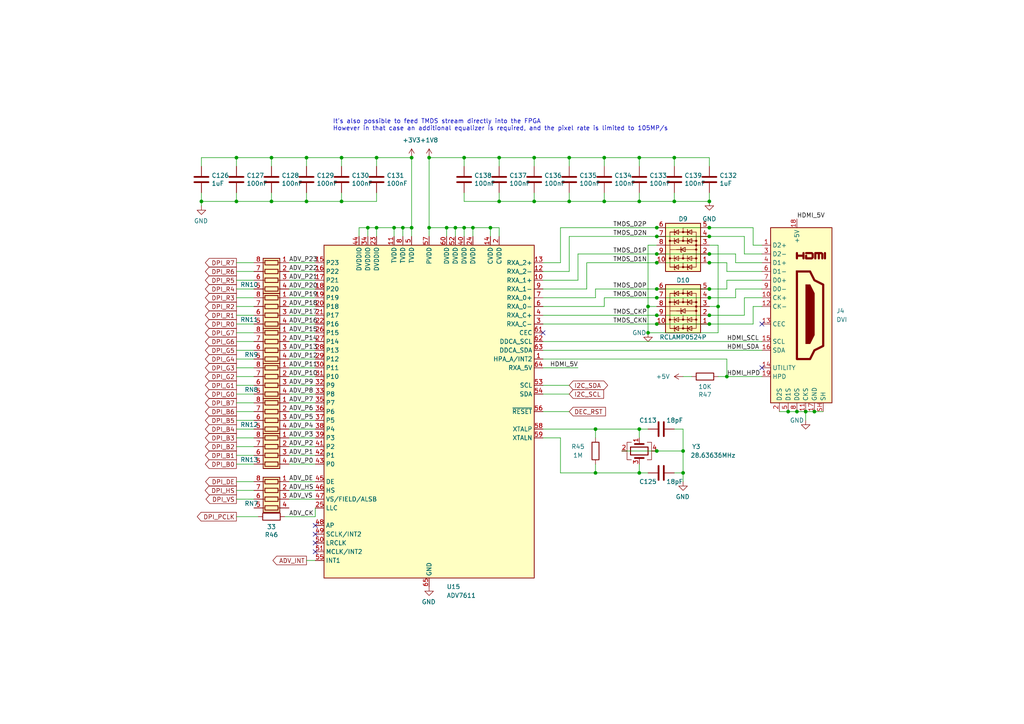
<source format=kicad_sch>
(kicad_sch (version 20231120) (generator "eeschema") (generator_version "8.0")
  (paper "A4")
  (lib_symbols
    (symbol "Connector:HDMI_A"
      (property "Reference" "J" (at -6.35 26.67 0))
      (property "Value" "HDMI_A" (at 10.16 26.67 0))
      (symbol "HDMI_A_0_0"
        (polyline (pts (xy 8.128 16.51) (xy 8.128 18.034)) (stroke (width 0.635)))
        (polyline (pts (xy 0 16.51) (xy 0 18.034) (xy 0 17.272) (xy 1.905 17.272) (xy 1.905 18.034) (xy 1.905 16.51)) (stroke (width 0.635)))
        (polyline (pts (xy 2.667 18.034) (xy 4.318 18.034) (xy 4.572 17.78) (xy 4.572 16.764) (xy 4.318 16.51) (xy 2.667 16.51) (xy 2.667 17.272)) (stroke (width 0.635)))
      )
      (symbol "HDMI_A_0_1"
        (rectangle (start -7.62 25.4) (end 10.16 -25.4) (stroke (width 0.254)) (fill (type background)))
        (polyline (pts (xy 2.54 8.89) (xy 3.81 8.89) (xy 5.08 6.35) (xy 5.08 -5.715) (xy 3.81 -8.255) (xy 2.54 -8.255) (xy 2.54 8.89)) (fill (type outline)))
        (polyline (pts (xy 5.334 16.51) (xy 5.334 18.034) (xy 6.35 18.034) (xy 6.35 16.51) (xy 6.35 18.034) (xy 7.112 18.034) (xy 7.366 17.78) (xy 7.366 16.51)) (stroke (width 0.635)))
        (polyline (pts (xy 0 12.7) (xy 0 -12.7) (xy 3.81 -12.7) (xy 5.08 -10.16) (xy 7.62 -8.89) (xy 7.62 8.89) (xy 5.08 10.16) (xy 3.81 12.7) (xy 0 12.7)) (stroke (width 0.635)))
      )
      (symbol "HDMI_A_1_1"
        (pin passive line (at -10.16 20.32 0) (length 2.54) (name "D2+") (number "1"))
        (pin passive line (at -10.16 5.08 0) (length 2.54) (name "CK+") (number "10"))
        (pin power_in line (at 2.54 -27.94 90) (length 2.54) (name "CKS") (number "11"))
        (pin passive line (at -10.16 2.54 0) (length 2.54) (name "CK-") (number "12"))
        (pin bidirectional line (at -10.16 -2.54 0) (length 2.54) (name "CEC") (number "13"))
        (pin passive line (at -10.16 -15.24 0) (length 2.54) (name "UTILITY") (number "14"))
        (pin passive line (at -10.16 -7.62 0) (length 2.54) (name "SCL") (number "15"))
        (pin bidirectional line (at -10.16 -10.16 0) (length 2.54) (name "SDA") (number "16"))
        (pin power_in line (at 5.08 -27.94 90) (length 2.54) (name "GND") (number "17"))
        (pin power_in line (at 0 27.94 270) (length 2.54) (name "+5V") (number "18"))
        (pin passive line (at -10.16 -17.78 0) (length 2.54) (name "HPD") (number "19"))
        (pin power_in line (at -5.08 -27.94 90) (length 2.54) (name "D2S") (number "2"))
        (pin passive line (at -10.16 17.78 0) (length 2.54) (name "D2-") (number "3"))
        (pin passive line (at -10.16 15.24 0) (length 2.54) (name "D1+") (number "4"))
        (pin power_in line (at -2.54 -27.94 90) (length 2.54) (name "D1S") (number "5"))
        (pin passive line (at -10.16 12.7 0) (length 2.54) (name "D1-") (number "6"))
        (pin passive line (at -10.16 10.16 0) (length 2.54) (name "D0+") (number "7"))
        (pin power_in line (at 0 -27.94 90) (length 2.54) (name "D0S") (number "8"))
        (pin passive line (at -10.16 7.62 0) (length 2.54) (name "D0-") (number "9"))
        (pin passive line (at 7.62 -27.94 90) (length 2.54) (name "SH") (number "SH"))
      )
    )
    (symbol "Device:C" (pin_numbers hide) (pin_names (offset 0.254))
      (property "Reference" "C" (at 0.635 2.54 0))
      (property "Value" "C" (at 0.635 -2.54 0))
      (symbol "C_0_1"
        (polyline (pts (xy -2.032 -0.762) (xy 2.032 -0.762)) (stroke (width 0.508)))
        (polyline (pts (xy -2.032 0.762) (xy 2.032 0.762)) (stroke (width 0.508)))
      )
      (symbol "C_1_1"
        (pin passive line (at 0 3.81 270) (length 2.794) (name "~") (number "1"))
        (pin passive line (at 0 -3.81 90) (length 2.794) (name "~") (number "2"))
      )
    )
    (symbol "Device:Crystal_GND24" (pin_names (offset 1.016) hide)
      (property "Reference" "Y" (at 3.175 5.08 0))
      (property "Value" "Crystal_GND24" (at 3.175 3.175 0))
      (symbol "Crystal_GND24_0_1"
        (rectangle (start -1.143 2.54) (end 1.143 -2.54) (stroke (width 0.3048)))
        (polyline (pts (xy -2.54 0) (xy -2.032 0)))
        (polyline (pts (xy -2.032 -1.27) (xy -2.032 1.27)) (stroke (width 0.508)))
        (polyline (pts (xy 0 -3.81) (xy 0 -3.556)))
        (polyline (pts (xy 0 3.556) (xy 0 3.81)))
        (polyline (pts (xy 2.032 -1.27) (xy 2.032 1.27)) (stroke (width 0.508)))
        (polyline (pts (xy 2.032 0) (xy 2.54 0)))
        (polyline (pts (xy -2.54 -2.286) (xy -2.54 -3.556) (xy 2.54 -3.556) (xy 2.54 -2.286)))
        (polyline (pts (xy -2.54 2.286) (xy -2.54 3.556) (xy 2.54 3.556) (xy 2.54 2.286)))
      )
      (symbol "Crystal_GND24_1_1"
        (pin passive line (at -3.81 0 0) (length 1.27) (name "1") (number "1"))
        (pin passive line (at 0 5.08 270) (length 1.27) (name "2") (number "2"))
        (pin passive line (at 3.81 0 180) (length 1.27) (name "3") (number "3"))
        (pin passive line (at 0 -5.08 90) (length 1.27) (name "4") (number "4"))
      )
    )
    (symbol "Device:R" (pin_numbers hide) (pin_names (offset 0))
      (property "Reference" "R" (at 2.032 0 90))
      (property "Value" "R" (at 0 0 90))
      (symbol "R_0_1"
        (rectangle (start -1.016 -2.54) (end 1.016 2.54) (stroke (width 0.254)))
      )
      (symbol "R_1_1"
        (pin passive line (at 0 3.81 270) (length 1.27) (name "~") (number "1"))
        (pin passive line (at 0 -3.81 90) (length 1.27) (name "~") (number "2"))
      )
    )
    (symbol "Device:R_Pack04" (pin_names (offset 0) hide)
      (property "Reference" "RN" (at -7.62 0 90))
      (property "Value" "R_Pack04" (at 5.08 0 90))
      (symbol "R_Pack04_0_1"
        (rectangle (start -6.35 -2.413) (end 3.81 2.413) (stroke (width 0.254)) (fill (type background)))
        (rectangle (start -5.715 1.905) (end -4.445 -1.905) (stroke (width 0.254)))
        (rectangle (start -3.175 1.905) (end -1.905 -1.905) (stroke (width 0.254)))
        (rectangle (start -0.635 1.905) (end 0.635 -1.905) (stroke (width 0.254)))
        (polyline (pts (xy -5.08 -2.54) (xy -5.08 -1.905)))
        (polyline (pts (xy -5.08 1.905) (xy -5.08 2.54)))
        (polyline (pts (xy -2.54 -2.54) (xy -2.54 -1.905)))
        (polyline (pts (xy -2.54 1.905) (xy -2.54 2.54)))
        (polyline (pts (xy 0 -2.54) (xy 0 -1.905)))
        (polyline (pts (xy 0 1.905) (xy 0 2.54)))
        (polyline (pts (xy 2.54 -2.54) (xy 2.54 -1.905)))
        (polyline (pts (xy 2.54 1.905) (xy 2.54 2.54)))
        (rectangle (start 1.905 1.905) (end 3.175 -1.905) (stroke (width 0.254)))
      )
      (symbol "R_Pack04_1_1"
        (pin passive line (at -5.08 -5.08 90) (length 2.54) (name "R1.1") (number "1"))
        (pin passive line (at -2.54 -5.08 90) (length 2.54) (name "R2.1") (number "2"))
        (pin passive line (at 0 -5.08 90) (length 2.54) (name "R3.1") (number "3"))
        (pin passive line (at 2.54 -5.08 90) (length 2.54) (name "R4.1") (number "4"))
        (pin passive line (at 2.54 5.08 270) (length 2.54) (name "R4.2") (number "5"))
        (pin passive line (at 0 5.08 270) (length 2.54) (name "R3.2") (number "6"))
        (pin passive line (at -2.54 5.08 270) (length 2.54) (name "R2.2") (number "7"))
        (pin passive line (at -5.08 5.08 270) (length 2.54) (name "R1.2") (number "8"))
      )
    )
    (symbol "Interface_HDMI:ADV7611"
      (property "Reference" "U" (at -30.48 49.53 0))
      (property "Value" "ADV7611" (at 30.48 49.53 0))
      (symbol "ADV7611_0_1"
        (rectangle (start -30.48 48.26) (end 30.48 -48.26) (stroke (width 0.254)) (fill (type background)))
      )
      (symbol "ADV7611_1_1"
        (pin bidirectional line (at -33.02 15.24 0) (length 2.54) (name "HPA_A/INT2") (number "1"))
        (pin input line (at -33.02 38.1 0) (length 2.54) (name "RXA_1+") (number "10"))
        (pin power_in line (at 10.16 50.8 270) (length 2.54) (name "TVDD") (number "11"))
        (pin input line (at -33.02 40.64 0) (length 2.54) (name "RXA_2-") (number "12"))
        (pin input line (at -33.02 43.18 0) (length 2.54) (name "RXA_2+") (number "13"))
        (pin power_in line (at -17.78 50.8 270) (length 2.54) (name "CVDD") (number "14"))
        (pin output line (at 33.02 43.18 180) (length 2.54) (name "P23") (number "15"))
        (pin output line (at 33.02 40.64 180) (length 2.54) (name "P22") (number "16"))
        (pin output line (at 33.02 38.1 180) (length 2.54) (name "P21") (number "17"))
        (pin output line (at 33.02 35.56 180) (length 2.54) (name "P20") (number "18"))
        (pin output line (at 33.02 33.02 180) (length 2.54) (name "P19") (number "19"))
        (pin power_in line (at -20.32 50.8 270) (length 2.54) (name "CVDD") (number "2"))
        (pin output line (at 33.02 30.48 180) (length 2.54) (name "P18") (number "20"))
        (pin output line (at 33.02 27.94 180) (length 2.54) (name "P17") (number "21"))
        (pin output line (at 33.02 25.4 180) (length 2.54) (name "P16") (number "22"))
        (pin power_in line (at 15.24 50.8 270) (length 2.54) (name "DVDDIO") (number "23"))
        (pin power_in line (at -12.7 50.8 270) (length 2.54) (name "DVDD") (number "24"))
        (pin output line (at 33.02 -27.94 180) (length 2.54) (name "LLC") (number "25"))
        (pin output line (at 33.02 22.86 180) (length 2.54) (name "P15") (number "26"))
        (pin output line (at 33.02 20.32 180) (length 2.54) (name "P14") (number "27"))
        (pin output line (at 33.02 17.78 180) (length 2.54) (name "P13") (number "28"))
        (pin output line (at 33.02 15.24 180) (length 2.54) (name "P12") (number "29"))
        (pin input line (at -33.02 25.4 0) (length 2.54) (name "RXA_C-") (number "3"))
        (pin output line (at 33.02 12.7 180) (length 2.54) (name "P11") (number "30"))
        (pin output line (at 33.02 10.16 180) (length 2.54) (name "P10") (number "31"))
        (pin output line (at 33.02 7.62 180) (length 2.54) (name "P9") (number "32"))
        (pin output line (at 33.02 5.08 180) (length 2.54) (name "P8") (number "33"))
        (pin power_in line (at 17.78 50.8 270) (length 2.54) (name "DVDDIO") (number "34"))
        (pin output line (at 33.02 2.54 180) (length 2.54) (name "P7") (number "35"))
        (pin output line (at 33.02 0 180) (length 2.54) (name "P6") (number "36"))
        (pin output line (at 33.02 -2.54 180) (length 2.54) (name "P5") (number "37"))
        (pin output line (at 33.02 -5.08 180) (length 2.54) (name "P4") (number "38"))
        (pin output line (at 33.02 -7.62 180) (length 2.54) (name "P3") (number "39"))
        (pin input line (at -33.02 27.94 0) (length 2.54) (name "RXA_C+") (number "4"))
        (pin power_in line (at -10.16 50.8 270) (length 2.54) (name "DVDD") (number "40"))
        (pin output line (at 33.02 -10.16 180) (length 2.54) (name "P2") (number "41"))
        (pin output line (at 33.02 -12.7 180) (length 2.54) (name "P1") (number "42"))
        (pin output line (at 33.02 -15.24 180) (length 2.54) (name "P0") (number "43"))
        (pin power_in line (at 20.32 50.8 270) (length 2.54) (name "DVDDIO") (number "44"))
        (pin output line (at 33.02 -20.32 180) (length 2.54) (name "DE") (number "45"))
        (pin output line (at 33.02 -22.86 180) (length 2.54) (name "HS") (number "46"))
        (pin bidirectional line (at 33.02 -25.4 180) (length 2.54) (name "VS/FIELD/ALSB") (number "47"))
        (pin output line (at 33.02 -33.02 180) (length 2.54) (name "AP") (number "48"))
        (pin output line (at 33.02 -35.56 180) (length 2.54) (name "SCLK/INT2") (number "49"))
        (pin power_in line (at 5.08 50.8 270) (length 2.54) (name "TVDD") (number "5"))
        (pin output line (at 33.02 -38.1 180) (length 2.54) (name "LRCLK") (number "50"))
        (pin output line (at 33.02 -40.64 180) (length 2.54) (name "MCLK/INT2") (number "51"))
        (pin power_in line (at -7.62 50.8 270) (length 2.54) (name "DVDD") (number "52"))
        (pin input line (at -33.02 7.62 0) (length 2.54) (name "SCL") (number "53"))
        (pin bidirectional line (at -33.02 5.08 0) (length 2.54) (name "SDA") (number "54"))
        (pin output line (at 33.02 -43.18 180) (length 2.54) (name "INT1") (number "55"))
        (pin input line (at -33.02 0 0) (length 2.54) (name "~{RESET}") (number "56"))
        (pin power_in line (at 0 50.8 270) (length 2.54) (name "PVDD") (number "57"))
        (pin input line (at -33.02 -5.08 0) (length 2.54) (name "XTALP") (number "58"))
        (pin input line (at -33.02 -7.62 0) (length 2.54) (name "XTALN") (number "59"))
        (pin input line (at -33.02 30.48 0) (length 2.54) (name "RXA_0-") (number "6"))
        (pin power_in line (at -5.08 50.8 270) (length 2.54) (name "DVDD") (number "60"))
        (pin bidirectional line (at -33.02 22.86 0) (length 2.54) (name "CEC") (number "61"))
        (pin input line (at -33.02 20.32 0) (length 2.54) (name "DDCA_SCL") (number "62"))
        (pin bidirectional line (at -33.02 17.78 0) (length 2.54) (name "DDCA_SDA") (number "63"))
        (pin input line (at -33.02 12.7 0) (length 2.54) (name "RXA_5V") (number "64"))
        (pin power_in line (at 0 -50.8 90) (length 2.54) (name "GND") (number "65"))
        (pin input line (at -33.02 33.02 0) (length 2.54) (name "RXA_0+") (number "7"))
        (pin power_in line (at 7.62 50.8 270) (length 2.54) (name "TVDD") (number "8"))
        (pin input line (at -33.02 35.56 0) (length 2.54) (name "RXA_1-") (number "9"))
      )
    )
    (symbol "power:+1V8" (power) (pin_names (offset 0))
      (property "Value" "+1V8" (at 0 3.556 0))
      (symbol "+1V8_0_1"
        (polyline (pts (xy -0.762 1.27) (xy 0 2.54)))
        (polyline (pts (xy 0 0) (xy 0 2.54)))
        (polyline (pts (xy 0 2.54) (xy 0.762 1.27)))
      )
      (symbol "+1V8_1_1"
        (pin power_in line (at 0 0 90) (length 0) hide (name "+1V8") (number "1"))
      )
    )
    (symbol "power:+3V3" (power) (pin_names (offset 0))
      (property "Value" "+3V3" (at 0 3.556 0))
      (symbol "+3V3_0_1"
        (polyline (pts (xy -0.762 1.27) (xy 0 2.54)))
        (polyline (pts (xy 0 0) (xy 0 2.54)))
        (polyline (pts (xy 0 2.54) (xy 0.762 1.27)))
      )
      (symbol "+3V3_1_1"
        (pin power_in line (at 0 0 90) (length 0) hide (name "+3V3") (number "1"))
      )
    )
    (symbol "power:+5V" (power) (pin_names (offset 0))
      (property "Value" "+5V" (at 0 3.556 0))
      (symbol "+5V_0_1"
        (polyline (pts (xy -0.762 1.27) (xy 0 2.54)))
        (polyline (pts (xy 0 0) (xy 0 2.54)))
        (polyline (pts (xy 0 2.54) (xy 0.762 1.27)))
      )
      (symbol "+5V_1_1"
        (pin power_in line (at 0 0 90) (length 0) hide (name "+5V") (number "1"))
      )
    )
    (symbol "power:GND" (power) (pin_names (offset 0))
      (property "Value" "GND" (at 0 -3.81 0))
      (symbol "GND_0_1"
        (polyline (pts (xy 0 0) (xy 0 -1.27) (xy 1.27 -1.27) (xy 0 -2.54) (xy -1.27 -1.27) (xy 0 -1.27)))
      )
      (symbol "GND_1_1"
        (pin power_in line (at 0 0 270) (length 0) hide (name "GND") (number "1"))
      )
    )
    (symbol "symbols:RCLAMP0524P" (pin_names hide)
      (property "Reference" "D" (at 7.62 1.27 0))
      (property "Value" "RCLAMP0524P" (at 7.62 -0.635 0))
      (symbol "RCLAMP0524P_0_0"
        (pin passive line (at 0 -7.62 90) (length 2.54) (name "GND") (number "3"))
      )
      (symbol "RCLAMP0524P_0_1"
        (rectangle (start -7.62 5.08) (end 6.35 -5.08) (stroke (width 0.254)) (fill (type background)))
        (circle (center -6.35 0) (radius 0.254) (fill (type outline)))
        (circle (center -3.81 -3.81) (radius 0.254) (fill (type outline)))
        (circle (center -3.81 0) (radius 0.254) (fill (type outline)))
        (circle (center -3.81 3.81) (radius 0.254) (fill (type outline)))
        (circle (center -1.27 -3.81) (radius 0.254) (fill (type outline)))
        (circle (center 0 -3.81) (radius 0.254) (fill (type outline)))
        (polyline (pts (xy -6.35 0) (xy -6.35 -1.27)))
        (polyline (pts (xy -6.35 2.54) (xy -6.35 -1.27)))
        (polyline (pts (xy -6.35 3.81) (xy -6.35 2.54)))
        (polyline (pts (xy -6.35 3.81) (xy -6.35 2.54)))
        (polyline (pts (xy -3.81 -3.81) (xy -3.81 2.54)))
        (polyline (pts (xy -3.81 3.81) (xy -3.81 2.54)))
        (polyline (pts (xy -3.175 -1.27) (xy -3.048 -1.27)))
        (polyline (pts (xy -3.175 2.54) (xy -3.048 2.54)))
        (polyline (pts (xy -1.27 0.635) (xy -1.27 -3.81)))
        (polyline (pts (xy -1.27 1.905) (xy -1.27 0.635)))
        (polyline (pts (xy -1.27 3.81) (xy -1.27 0.635)))
        (polyline (pts (xy 0 -5.08) (xy 0 -3.81)))
        (polyline (pts (xy 0 5.08) (xy 0 -3.81)))
        (polyline (pts (xy 1.27 -3.81) (xy -1.27 -3.81)))
        (polyline (pts (xy 1.27 0) (xy 1.27 -1.27)))
        (polyline (pts (xy 1.27 2.54) (xy 1.27 -1.27)))
        (polyline (pts (xy 1.27 3.81) (xy 1.27 2.54)))
        (polyline (pts (xy 1.27 3.81) (xy 1.27 2.54)))
        (polyline (pts (xy 3.81 0) (xy 3.81 -1.27)))
        (polyline (pts (xy 3.81 2.54) (xy 3.81 -1.27)))
        (polyline (pts (xy 3.81 3.81) (xy -6.35 3.81)))
        (polyline (pts (xy 3.81 3.81) (xy 3.81 2.54)))
        (polyline (pts (xy 3.81 3.81) (xy 3.81 2.54)))
        (polyline (pts (xy -6.35 -1.27) (xy -6.35 -3.81) (xy -1.27 -3.81)))
        (polyline (pts (xy -5.08 -5.08) (xy -5.08 0) (xy -6.35 0)))
        (polyline (pts (xy -3.175 -1.27) (xy -4.572 -1.27) (xy -4.572 -1.524)))
        (polyline (pts (xy -3.175 2.54) (xy -4.572 2.54) (xy -4.572 2.286)))
        (polyline (pts (xy -2.54 -5.08) (xy -2.54 0) (xy -3.81 0)))
        (polyline (pts (xy 1.27 -1.27) (xy 1.27 -3.81) (xy 3.81 -3.81)))
        (polyline (pts (xy 2.54 -5.08) (xy 2.54 0) (xy 1.27 0)))
        (polyline (pts (xy 3.81 -1.27) (xy 3.81 -3.81) (xy 3.81 -3.81)))
        (polyline (pts (xy 5.08 -5.08) (xy 5.08 0) (xy 3.81 0)))
        (polyline (pts (xy -7.112 -1.524) (xy -7.112 -1.27) (xy -5.715 -1.27) (xy -5.588 -1.27)))
        (polyline (pts (xy -7.112 -1.524) (xy -7.112 -1.27) (xy -5.715 -1.27) (xy -5.588 -1.27)))
        (polyline (pts (xy -7.112 2.286) (xy -7.112 2.54) (xy -5.715 2.54) (xy -5.588 2.54)))
        (polyline (pts (xy -7.112 2.286) (xy -7.112 2.54) (xy -5.715 2.54) (xy -5.588 2.54)))
        (polyline (pts (xy -6.35 -1.27) (xy -5.715 -2.54) (xy -6.985 -2.54) (xy -6.35 -1.27)))
        (polyline (pts (xy -6.35 -1.27) (xy -5.715 -2.54) (xy -6.985 -2.54) (xy -6.35 -1.27)))
        (polyline (pts (xy -6.35 2.54) (xy -5.715 1.27) (xy -6.985 1.27) (xy -6.35 2.54)))
        (polyline (pts (xy -6.35 2.54) (xy -5.715 1.27) (xy -6.985 1.27) (xy -6.35 2.54)))
        (polyline (pts (xy -3.175 -2.54) (xy -4.445 -2.54) (xy -3.81 -1.27) (xy -3.175 -2.54)))
        (polyline (pts (xy -3.175 1.27) (xy -4.445 1.27) (xy -3.81 2.54) (xy -3.175 1.27)))
        (polyline (pts (xy -2.032 0.381) (xy -2.032 0.635) (xy -0.635 0.635) (xy -0.508 0.635)))
        (polyline (pts (xy -2.032 0.381) (xy -2.032 0.635) (xy -0.635 0.635) (xy -0.508 0.635)))
        (polyline (pts (xy -1.27 0.635) (xy -0.635 -0.635) (xy -1.905 -0.635) (xy -1.27 0.635)))
        (polyline (pts (xy -1.27 0.635) (xy -0.635 -0.635) (xy -1.905 -0.635) (xy -1.27 0.635)))
        (polyline (pts (xy 0.508 -1.524) (xy 0.508 -1.27) (xy 1.905 -1.27) (xy 2.032 -1.27)))
        (polyline (pts (xy 0.508 -1.524) (xy 0.508 -1.27) (xy 1.905 -1.27) (xy 2.032 -1.27)))
        (polyline (pts (xy 0.508 2.286) (xy 0.508 2.54) (xy 1.905 2.54) (xy 2.032 2.54)))
        (polyline (pts (xy 0.508 2.286) (xy 0.508 2.54) (xy 1.905 2.54) (xy 2.032 2.54)))
        (polyline (pts (xy 1.27 -1.27) (xy 1.905 -2.54) (xy 0.635 -2.54) (xy 1.27 -1.27)))
        (polyline (pts (xy 1.27 -1.27) (xy 1.905 -2.54) (xy 0.635 -2.54) (xy 1.27 -1.27)))
        (polyline (pts (xy 1.27 2.54) (xy 1.905 1.27) (xy 0.635 1.27) (xy 1.27 2.54)))
        (polyline (pts (xy 1.27 2.54) (xy 1.905 1.27) (xy 0.635 1.27) (xy 1.27 2.54)))
        (polyline (pts (xy 3.048 -1.524) (xy 3.048 -1.27) (xy 4.445 -1.27) (xy 4.572 -1.27)))
        (polyline (pts (xy 3.048 -1.524) (xy 3.048 -1.27) (xy 4.445 -1.27) (xy 4.572 -1.27)))
        (polyline (pts (xy 3.048 2.286) (xy 3.048 2.54) (xy 4.445 2.54) (xy 4.572 2.54)))
        (polyline (pts (xy 3.048 2.286) (xy 3.048 2.54) (xy 4.445 2.54) (xy 4.572 2.54)))
        (polyline (pts (xy 3.81 -1.27) (xy 4.445 -2.54) (xy 3.175 -2.54) (xy 3.81 -1.27)))
        (polyline (pts (xy 3.81 -1.27) (xy 4.445 -2.54) (xy 3.175 -2.54) (xy 3.81 -1.27)))
        (polyline (pts (xy 3.81 2.54) (xy 4.445 1.27) (xy 3.175 1.27) (xy 3.81 2.54)))
        (polyline (pts (xy 3.81 2.54) (xy 4.445 1.27) (xy 3.175 1.27) (xy 3.81 2.54)))
        (circle (center 1.27 -3.81) (radius 0.254) (fill (type outline)))
        (circle (center 1.27 0) (radius 0.254) (fill (type outline)))
        (circle (center 1.27 3.81) (radius 0.254) (fill (type outline)))
        (circle (center 3.81 0) (radius 0.254) (fill (type outline)))
      )
      (symbol "RCLAMP0524P_1_1"
        (pin passive line (at -5.08 -7.62 90) (length 2.54) (name "IO1") (number "1"))
        (pin passive line (at -5.08 7.62 270) (length 2.54) (name "NC4") (number "10"))
        (pin passive line (at -2.54 -7.62 90) (length 2.54) (name "IO2") (number "2"))
        (pin passive line (at 2.54 -7.62 90) (length 2.54) (name "IO3") (number "4"))
        (pin passive line (at 5.08 -7.62 90) (length 2.54) (name "IO4") (number "5"))
        (pin passive line (at 5.08 7.62 270) (length 2.54) (name "NC1") (number "6"))
        (pin passive line (at 2.54 7.62 270) (length 2.54) (name "NC2") (number "7"))
        (pin passive line (at 0 7.62 270) (length 2.54) (name "GND") (number "8"))
        (pin passive line (at -2.54 7.62 270) (length 2.54) (name "NC3") (number "9"))
      )
    )
  )
  (junction (at 210.82 109.22))
  (junction (at 190.5 73.66))
  (junction (at 205.74 73.66))
  (junction (at 119.38 66.04))
  (junction (at 175.26 45.72))
  (junction (at 195.58 58.42))
  (junction (at 172.72 137.16))
  (junction (at 129.54 66.04))
  (junction (at 205.74 91.44))
  (junction (at 190.5 93.98))
  (junction (at 175.26 58.42))
  (junction (at 172.72 124.46))
  (junction (at 165.1 58.42))
  (junction (at 106.68 66.04))
  (junction (at 236.22 119.38))
  (junction (at 205.74 58.42))
  (junction (at 144.78 58.42))
  (junction (at 132.08 66.04))
  (junction (at 198.12 137.16) (diameter 0.9144))
  (junction (at 187.96 96.52))
  (junction (at 190.5 66.04))
  (junction (at 185.42 137.16) (diameter 0.9144))
  (junction (at 190.5 76.2))
  (junction (at 109.22 66.04))
  (junction (at 124.46 45.72))
  (junction (at 208.28 88.9))
  (junction (at 190.5 86.36))
  (junction (at 116.84 66.04))
  (junction (at 190.5 91.44))
  (junction (at 134.62 45.72))
  (junction (at 185.42 124.46) (diameter 0.9144))
  (junction (at 142.24 66.04))
  (junction (at 114.3 66.04))
  (junction (at 99.06 45.72))
  (junction (at 68.58 58.42))
  (junction (at 190.5 68.58))
  (junction (at 187.96 88.9))
  (junction (at 185.42 45.72))
  (junction (at 134.62 66.04))
  (junction (at 88.9 45.72))
  (junction (at 109.22 45.72))
  (junction (at 228.6 119.38))
  (junction (at 88.9 58.42))
  (junction (at 231.14 119.38))
  (junction (at 144.78 45.72))
  (junction (at 78.74 58.42))
  (junction (at 205.74 76.2))
  (junction (at 205.74 83.82))
  (junction (at 165.1 45.72))
  (junction (at 137.16 66.04))
  (junction (at 68.58 45.72))
  (junction (at 195.58 45.72))
  (junction (at 154.94 45.72))
  (junction (at 185.42 58.42))
  (junction (at 58.42 58.42) (diameter 0.9144))
  (junction (at 190.5 83.82))
  (junction (at 205.74 93.98))
  (junction (at 190.5 130.81) (diameter 0.9144))
  (junction (at 205.74 66.04))
  (junction (at 233.68 119.38))
  (junction (at 205.74 68.58))
  (junction (at 78.74 45.72))
  (junction (at 119.38 45.72))
  (junction (at 205.74 86.36))
  (junction (at 124.46 66.04))
  (junction (at 99.06 58.42))
  (junction (at 198.12 130.81) (diameter 0.9144))
  (junction (at 154.94 58.42))
  (no_connect (at 91.44 160.02))
  (no_connect (at 91.44 152.4))
  (no_connect (at 220.98 106.68))
  (no_connect (at 157.48 96.52))
  (no_connect (at 91.44 157.48))
  (no_connect (at 220.98 93.98))
  (no_connect (at 91.44 154.94))
  (wire (pts (xy 198.12 130.81) (xy 190.5 130.81)))
  (wire (pts (xy 83.82 99.06) (xy 91.44 99.06)))
  (wire (pts (xy 132.08 66.04) (xy 129.54 66.04)))
  (wire (pts (xy 114.3 66.04) (xy 116.84 66.04)))
  (wire (pts (xy 220.98 71.12) (xy 218.44 71.12)))
  (wire (pts (xy 190.5 93.98) (xy 205.74 93.98)))
  (wire (pts (xy 68.58 119.38) (xy 73.66 119.38)))
  (wire (pts (xy 68.58 134.62) (xy 73.66 134.62)))
  (wire (pts (xy 205.74 83.82) (xy 210.82 83.82)))
  (wire (pts (xy 175.26 45.72) (xy 185.42 45.72)))
  (wire (pts (xy 172.72 137.16) (xy 185.42 137.16)))
  (wire (pts (xy 185.42 127) (xy 185.42 124.46)))
  (wire (pts (xy 210.82 104.14) (xy 210.82 109.22)))
  (wire (pts (xy 68.58 129.54) (xy 73.66 129.54)))
  (wire (pts (xy 68.58 96.52) (xy 73.66 96.52)))
  (wire (pts (xy 231.14 119.38) (xy 233.68 119.38)))
  (wire (pts (xy 144.78 55.88) (xy 144.78 58.42)))
  (wire (pts (xy 58.42 58.42) (xy 68.58 58.42)))
  (wire (pts (xy 195.58 58.42) (xy 205.74 58.42)))
  (wire (pts (xy 68.58 81.28) (xy 73.66 81.28)))
  (wire (pts (xy 208.28 71.12) (xy 208.28 88.9)))
  (wire (pts (xy 129.54 66.04) (xy 124.46 66.04)))
  (wire (pts (xy 58.42 45.72) (xy 58.42 48.26)))
  (wire (pts (xy 68.58 93.98) (xy 73.66 93.98)))
  (wire (pts (xy 165.1 45.72) (xy 175.26 45.72)))
  (wire (pts (xy 210.82 109.22) (xy 220.98 109.22)))
  (wire (pts (xy 175.26 55.88) (xy 175.26 58.42)))
  (wire (pts (xy 109.22 45.72) (xy 119.38 45.72)))
  (wire (pts (xy 106.68 66.04) (xy 106.68 68.58)))
  (wire (pts (xy 157.48 76.2) (xy 162.56 76.2)))
  (wire (pts (xy 78.74 58.42) (xy 88.9 58.42)))
  (wire (pts (xy 187.96 124.46) (xy 185.42 124.46)))
  (wire (pts (xy 175.26 58.42) (xy 185.42 58.42)))
  (wire (pts (xy 83.82 88.9) (xy 91.44 88.9)))
  (wire (pts (xy 180.34 130.81) (xy 190.5 130.81)))
  (wire (pts (xy 134.62 66.04) (xy 132.08 66.04)))
  (wire (pts (xy 172.72 134.62) (xy 172.72 137.16)))
  (wire (pts (xy 220.98 83.82) (xy 213.36 83.82)))
  (wire (pts (xy 165.1 68.58) (xy 190.5 68.58)))
  (wire (pts (xy 83.82 93.98) (xy 91.44 93.98)))
  (wire (pts (xy 190.5 91.44) (xy 205.74 91.44)))
  (wire (pts (xy 172.72 124.46) (xy 157.48 124.46)))
  (wire (pts (xy 68.58 149.86) (xy 74.93 149.86)))
  (wire (pts (xy 205.74 71.12) (xy 208.28 71.12)))
  (wire (pts (xy 185.42 45.72) (xy 185.42 48.26)))
  (wire (pts (xy 190.5 83.82) (xy 205.74 83.82)))
  (wire (pts (xy 83.82 101.6) (xy 91.44 101.6)))
  (wire (pts (xy 68.58 121.92) (xy 73.66 121.92)))
  (wire (pts (xy 99.06 48.26) (xy 99.06 45.72)))
  (wire (pts (xy 175.26 88.9) (xy 175.26 86.36)))
  (wire (pts (xy 68.58 45.72) (xy 78.74 45.72)))
  (wire (pts (xy 210.82 78.74) (xy 210.82 76.2)))
  (wire (pts (xy 233.68 119.38) (xy 236.22 119.38)))
  (wire (pts (xy 83.82 76.2) (xy 91.44 76.2)))
  (wire (pts (xy 68.58 132.08) (xy 73.66 132.08)))
  (wire (pts (xy 187.96 96.52) (xy 208.28 96.52)))
  (wire (pts (xy 91.44 149.86) (xy 91.44 147.32)))
  (wire (pts (xy 68.58 76.2) (xy 73.66 76.2)))
  (wire (pts (xy 195.58 124.46) (xy 198.12 124.46)))
  (wire (pts (xy 58.42 45.72) (xy 68.58 45.72)))
  (wire (pts (xy 226.06 119.38) (xy 228.6 119.38)))
  (wire (pts (xy 124.46 45.72) (xy 124.46 66.04)))
  (wire (pts (xy 99.06 45.72) (xy 109.22 45.72)))
  (wire (pts (xy 187.96 88.9) (xy 187.96 96.52)))
  (wire (pts (xy 190.5 71.12) (xy 187.96 71.12)))
  (wire (pts (xy 83.82 116.84) (xy 91.44 116.84)))
  (wire (pts (xy 83.82 91.44) (xy 91.44 91.44)))
  (wire (pts (xy 185.42 45.72) (xy 195.58 45.72)))
  (wire (pts (xy 83.82 134.62) (xy 91.44 134.62)))
  (wire (pts (xy 157.48 93.98) (xy 190.5 93.98)))
  (wire (pts (xy 68.58 139.7) (xy 73.66 139.7)))
  (wire (pts (xy 116.84 66.04) (xy 116.84 68.58)))
  (wire (pts (xy 198.12 124.46) (xy 198.12 130.81)))
  (wire (pts (xy 187.96 88.9) (xy 190.5 88.9)))
  (wire (pts (xy 154.94 45.72) (xy 165.1 45.72)))
  (wire (pts (xy 68.58 83.82) (xy 73.66 83.82)))
  (wire (pts (xy 68.58 111.76) (xy 73.66 111.76)))
  (wire (pts (xy 68.58 142.24) (xy 73.66 142.24)))
  (wire (pts (xy 109.22 66.04) (xy 114.3 66.04)))
  (wire (pts (xy 68.58 104.14) (xy 73.66 104.14)))
  (wire (pts (xy 142.24 66.04) (xy 142.24 68.58)))
  (wire (pts (xy 134.62 45.72) (xy 134.62 48.26)))
  (wire (pts (xy 88.9 45.72) (xy 88.9 48.26)))
  (wire (pts (xy 190.5 86.36) (xy 205.74 86.36)))
  (wire (pts (xy 190.5 68.58) (xy 205.74 68.58)))
  (wire (pts (xy 68.58 58.42) (xy 78.74 58.42)))
  (wire (pts (xy 175.26 86.36) (xy 190.5 86.36)))
  (wire (pts (xy 208.28 96.52) (xy 208.28 88.9)))
  (wire (pts (xy 132.08 66.04) (xy 132.08 68.58)))
  (wire (pts (xy 165.1 111.76) (xy 157.48 111.76)))
  (wire (pts (xy 172.72 124.46) (xy 172.72 127)))
  (wire (pts (xy 137.16 66.04) (xy 137.16 68.58)))
  (wire (pts (xy 68.58 109.22) (xy 73.66 109.22)))
  (wire (pts (xy 109.22 66.04) (xy 109.22 68.58)))
  (wire (pts (xy 88.9 162.56) (xy 91.44 162.56)))
  (wire (pts (xy 142.24 66.04) (xy 137.16 66.04)))
  (wire (pts (xy 83.82 139.7) (xy 91.44 139.7)))
  (wire (pts (xy 170.18 83.82) (xy 170.18 76.2)))
  (wire (pts (xy 205.74 68.58) (xy 215.9 68.58)))
  (wire (pts (xy 124.46 66.04) (xy 124.46 68.58)))
  (wire (pts (xy 195.58 55.88) (xy 195.58 58.42)))
  (wire (pts (xy 83.82 127) (xy 91.44 127)))
  (wire (pts (xy 154.94 58.42) (xy 165.1 58.42)))
  (wire (pts (xy 165.1 55.88) (xy 165.1 58.42)))
  (wire (pts (xy 213.36 76.2) (xy 213.36 73.66)))
  (wire (pts (xy 218.44 93.98) (xy 205.74 93.98)))
  (wire (pts (xy 157.48 81.28) (xy 167.64 81.28)))
  (wire (pts (xy 116.84 66.04) (xy 119.38 66.04)))
  (wire (pts (xy 215.9 68.58) (xy 215.9 73.66)))
  (wire (pts (xy 88.9 45.72) (xy 99.06 45.72)))
  (wire (pts (xy 78.74 45.72) (xy 88.9 45.72)))
  (wire (pts (xy 83.82 111.76) (xy 91.44 111.76)))
  (wire (pts (xy 162.56 127) (xy 162.56 137.16)))
  (wire (pts (xy 208.28 109.22) (xy 210.82 109.22)))
  (wire (pts (xy 198.12 130.81) (xy 198.12 137.16)))
  (wire (pts (xy 109.22 55.88) (xy 109.22 58.42)))
  (wire (pts (xy 213.36 86.36) (xy 205.74 86.36)))
  (wire (pts (xy 172.72 86.36) (xy 172.72 83.82)))
  (wire (pts (xy 228.6 119.38) (xy 231.14 119.38)))
  (wire (pts (xy 68.58 88.9) (xy 73.66 88.9)))
  (wire (pts (xy 83.82 114.3) (xy 91.44 114.3)))
  (wire (pts (xy 114.3 66.04) (xy 114.3 68.58)))
  (wire (pts (xy 68.58 101.6) (xy 73.66 101.6)))
  (wire (pts (xy 162.56 76.2) (xy 162.56 66.04)))
  (wire (pts (xy 220.98 78.74) (xy 210.82 78.74)))
  (wire (pts (xy 83.82 129.54) (xy 91.44 129.54)))
  (wire (pts (xy 187.96 71.12) (xy 187.96 88.9)))
  (wire (pts (xy 185.42 124.46) (xy 172.72 124.46)))
  (wire (pts (xy 124.46 45.72) (xy 134.62 45.72)))
  (wire (pts (xy 104.14 66.04) (xy 106.68 66.04)))
  (wire (pts (xy 157.48 106.68) (xy 167.64 106.68)))
  (wire (pts (xy 83.82 132.08) (xy 91.44 132.08)))
  (wire (pts (xy 137.16 66.04) (xy 134.62 66.04)))
  (wire (pts (xy 236.22 119.38) (xy 238.76 119.38)))
  (wire (pts (xy 208.28 88.9) (xy 205.74 88.9)))
  (wire (pts (xy 185.42 55.88) (xy 185.42 58.42)))
  (wire (pts (xy 83.82 142.24) (xy 91.44 142.24)))
  (wire (pts (xy 215.9 86.36) (xy 215.9 91.44)))
  (wire (pts (xy 167.64 81.28) (xy 167.64 73.66)))
  (wire (pts (xy 233.68 119.38) (xy 233.68 121.92)))
  (wire (pts (xy 68.58 99.06) (xy 73.66 99.06)))
  (wire (pts (xy 165.1 45.72) (xy 165.1 48.26)))
  (wire (pts (xy 157.48 78.74) (xy 165.1 78.74)))
  (wire (pts (xy 83.82 81.28) (xy 91.44 81.28)))
  (wire (pts (xy 157.48 86.36) (xy 172.72 86.36)))
  (wire (pts (xy 218.44 71.12) (xy 218.44 66.04)))
  (wire (pts (xy 83.82 121.92) (xy 91.44 121.92)))
  (wire (pts (xy 134.62 66.04) (xy 134.62 68.58)))
  (wire (pts (xy 83.82 144.78) (xy 91.44 144.78)))
  (wire (pts (xy 68.58 45.72) (xy 68.58 48.26)))
  (wire (pts (xy 157.48 88.9) (xy 175.26 88.9)))
  (wire (pts (xy 134.62 45.72) (xy 144.78 45.72)))
  (wire (pts (xy 109.22 45.72) (xy 109.22 48.26)))
  (wire (pts (xy 165.1 58.42) (xy 175.26 58.42)))
  (wire (pts (xy 220.98 81.28) (xy 210.82 81.28)))
  (wire (pts (xy 144.78 68.58) (xy 144.78 66.04)))
  (wire (pts (xy 198.12 137.16) (xy 198.12 139.7)))
  (wire (pts (xy 144.78 66.04) (xy 142.24 66.04)))
  (wire (pts (xy 205.74 48.26) (xy 205.74 45.72)))
  (wire (pts (xy 68.58 106.68) (xy 73.66 106.68)))
  (wire (pts (xy 83.82 86.36) (xy 91.44 86.36)))
  (wire (pts (xy 220.98 88.9) (xy 218.44 88.9)))
  (wire (pts (xy 106.68 66.04) (xy 109.22 66.04)))
  (wire (pts (xy 162.56 137.16) (xy 172.72 137.16)))
  (wire (pts (xy 185.42 58.42) (xy 195.58 58.42)))
  (wire (pts (xy 185.42 137.16) (xy 187.96 137.16)))
  (wire (pts (xy 162.56 66.04) (xy 190.5 66.04)))
  (wire (pts (xy 83.82 78.74) (xy 91.44 78.74)))
  (wire (pts (xy 157.48 101.6) (xy 220.98 101.6)))
  (wire (pts (xy 154.94 45.72) (xy 144.78 45.72)))
  (wire (pts (xy 157.48 119.38) (xy 165.1 119.38)))
  (wire (pts (xy 134.62 55.88) (xy 134.62 58.42)))
  (wire (pts (xy 83.82 106.68) (xy 91.44 106.68)))
  (wire (pts (xy 68.58 86.36) (xy 73.66 86.36)))
  (wire (pts (xy 220.98 86.36) (xy 215.9 86.36)))
  (wire (pts (xy 220.98 76.2) (xy 213.36 76.2)))
  (wire (pts (xy 144.78 45.72) (xy 144.78 48.26)))
  (wire (pts (xy 68.58 55.88) (xy 68.58 58.42)))
  (wire (pts (xy 205.74 55.88) (xy 205.74 58.42)))
  (wire (pts (xy 83.82 83.82) (xy 91.44 83.82)))
  (wire (pts (xy 88.9 58.42) (xy 99.06 58.42)))
  (wire (pts (xy 68.58 116.84) (xy 73.66 116.84)))
  (wire (pts (xy 68.58 78.74) (xy 73.66 78.74)))
  (wire (pts (xy 82.55 149.86) (xy 91.44 149.86)))
  (wire (pts (xy 134.62 58.42) (xy 144.78 58.42)))
  (wire (pts (xy 119.38 68.58) (xy 119.38 66.04)))
  (wire (pts (xy 215.9 91.44) (xy 205.74 91.44)))
  (wire (pts (xy 104.14 68.58) (xy 104.14 66.04)))
  (wire (pts (xy 154.94 48.26) (xy 154.94 45.72)))
  (wire (pts (xy 210.82 76.2) (xy 205.74 76.2)))
  (wire (pts (xy 58.42 55.88) (xy 58.42 58.42)))
  (wire (pts (xy 157.48 83.82) (xy 170.18 83.82)))
  (wire (pts (xy 213.36 83.82) (xy 213.36 86.36)))
  (wire (pts (xy 210.82 81.28) (xy 210.82 83.82)))
  (wire (pts (xy 68.58 124.46) (xy 73.66 124.46)))
  (wire (pts (xy 165.1 78.74) (xy 165.1 68.58)))
  (wire (pts (xy 170.18 76.2) (xy 190.5 76.2)))
  (wire (pts (xy 154.94 55.88) (xy 154.94 58.42)))
  (wire (pts (xy 157.48 99.06) (xy 220.98 99.06)))
  (wire (pts (xy 218.44 66.04) (xy 205.74 66.04)))
  (wire (pts (xy 195.58 45.72) (xy 195.58 48.26)))
  (wire (pts (xy 167.64 73.66) (xy 190.5 73.66)))
  (wire (pts (xy 99.06 58.42) (xy 109.22 58.42)))
  (wire (pts (xy 78.74 55.88) (xy 78.74 58.42)))
  (wire (pts (xy 154.94 58.42) (xy 144.78 58.42)))
  (wire (pts (xy 198.12 137.16) (xy 195.58 137.16)))
  (wire (pts (xy 198.12 109.22) (xy 200.66 109.22)))
  (wire (pts (xy 83.82 104.14) (xy 91.44 104.14)))
  (wire (pts (xy 205.74 45.72) (xy 195.58 45.72)))
  (wire (pts (xy 88.9 55.88) (xy 88.9 58.42)))
  (wire (pts (xy 68.58 144.78) (xy 73.66 144.78)))
  (wire (pts (xy 68.58 91.44) (xy 73.66 91.44)))
  (wire (pts (xy 99.06 55.88) (xy 99.06 58.42)))
  (wire (pts (xy 83.82 119.38) (xy 91.44 119.38)))
  (wire (pts (xy 68.58 127) (xy 73.66 127)))
  (wire (pts (xy 190.5 76.2) (xy 205.74 76.2)))
  (wire (pts (xy 165.1 114.3) (xy 157.48 114.3)))
  (wire (pts (xy 83.82 96.52) (xy 91.44 96.52)))
  (wire (pts (xy 68.58 114.3) (xy 73.66 114.3)))
  (wire (pts (xy 129.54 66.04) (xy 129.54 68.58)))
  (wire (pts (xy 157.48 127) (xy 162.56 127)))
  (wire (pts (xy 83.82 109.22) (xy 91.44 109.22)))
  (wire (pts (xy 157.48 91.44) (xy 190.5 91.44)))
  (wire (pts (xy 58.42 58.42) (xy 58.42 59.69)))
  (wire (pts (xy 190.5 66.04) (xy 205.74 66.04)))
  (wire (pts (xy 213.36 73.66) (xy 205.74 73.66)))
  (wire (pts (xy 78.74 45.72) (xy 78.74 48.26)))
  (wire (pts (xy 172.72 83.82) (xy 190.5 83.82)))
  (wire (pts (xy 215.9 73.66) (xy 220.98 73.66)))
  (wire (pts (xy 218.44 88.9) (xy 218.44 93.98)))
  (wire (pts (xy 157.48 104.14) (xy 210.82 104.14)))
  (wire (pts (xy 83.82 124.46) (xy 91.44 124.46)))
  (wire (pts (xy 175.26 45.72) (xy 175.26 48.26)))
  (wire (pts (xy 185.42 134.62) (xy 185.42 137.16)))
  (wire (pts (xy 119.38 45.72) (xy 119.38 66.04)))
  (wire (pts (xy 190.5 73.66) (xy 205.74 73.66)))
  (text "It's also possible to feed TMDS stream directly into the FPGA\nHowever in that case an additional equalizer is required, and the pixel rate is limited to 105MP/s" (at 96.52 38.1 0) (effects (font (size 1.27 1.27)) (justify left bottom)))
  (label "HDMI_5V" (at 231.14 63.5 0))
  (label "TMDS_D2P" (at 177.8 66.04 0))
  (label "ADV_P9" (at 83.82 111.76 0))
  (label "ADV_HS" (at 83.82 142.24 0))
  (label "ADV_P3" (at 83.82 127 0))
  (label "ADV_P0" (at 83.82 134.62 0))
  (label "TMDS_CKN" (at 177.8 93.98 0))
  (label "ADV_P22" (at 83.82 78.74 0))
  (label "ADV_P11" (at 83.82 106.68 0))
  (label "TMDS_D1N" (at 177.8 76.2 0))
  (label "TMDS_D0P" (at 177.8 83.82 0))
  (label "ADV_P14" (at 83.82 99.06 0))
  (label "ADV_P4" (at 83.82 124.46 0))
  (label "ADV_P10" (at 83.82 109.22 0))
  (label "HDMI_5V" (at 167.64 106.68 180))
  (label "ADV_P19" (at 83.82 86.36 0))
  (label "ADV_P23" (at 83.82 76.2 0))
  (label "ADV_P12" (at 83.82 104.14 0))
  (label "ADV_VS" (at 83.82 144.78 0))
  (label "ADV_P1" (at 83.82 132.08 0))
  (label "ADV_P5" (at 83.82 121.92 0))
  (label "TMDS_D0N" (at 177.8 86.36 0))
  (label "HDMI_HPD" (at 210.82 109.22 0))
  (label "ADV_P8" (at 83.82 114.3 0))
  (label "ADV_CK" (at 83.82 149.86 0))
  (label "ADV_P16" (at 83.82 93.98 0))
  (label "ADV_P13" (at 83.82 101.6 0))
  (label "ADV_P21" (at 83.82 81.28 0))
  (label "TMDS_CKP" (at 177.8 91.44 0))
  (label "ADV_P2" (at 83.82 129.54 0))
  (label "ADV_P17" (at 83.82 91.44 0))
  (label "HDMI_SCL" (at 210.82 99.06 0))
  (label "ADV_P7" (at 83.82 116.84 0))
  (label "ADV_DE" (at 83.82 139.7 0))
  (label "ADV_P20" (at 83.82 83.82 0))
  (label "ADV_P6" (at 83.82 119.38 0))
  (label "ADV_P18" (at 83.82 88.9 0))
  (label "TMDS_D1P" (at 177.8 73.66 0))
  (label "ADV_P15" (at 83.82 96.52 0))
  (label "TMDS_D2N" (at 177.8 68.58 0))
  (label "HDMI_SDA" (at 210.82 101.6 0))
  (global_label "DPI_DE" (shape output) (at 68.58 139.7 180) (property "Intersheetrefs" "${INTERSHEET_REFS}" (effects (hide yes))))
  (global_label "DPI_B1" (shape output) (at 68.58 132.08 180) (property "Intersheetrefs" "${INTERSHEET_REFS}" (effects (hide yes))))
  (global_label "DPI_G0" (shape output) (at 68.58 114.3 180) (property "Intersheetrefs" "${INTERSHEET_REFS}" (effects (hide yes))))
  (global_label "DPI_R0" (shape output) (at 68.58 93.98 180) (property "Intersheetrefs" "${INTERSHEET_REFS}" (effects (hide yes))))
  (global_label "DPI_G5" (shape output) (at 68.58 101.6 180) (property "Intersheetrefs" "${INTERSHEET_REFS}" (effects (hide yes))))
  (global_label "DPI_B4" (shape output) (at 68.58 124.46 180) (property "Intersheetrefs" "${INTERSHEET_REFS}" (effects (hide yes))))
  (global_label "DPI_R3" (shape output) (at 68.58 86.36 180) (property "Intersheetrefs" "${INTERSHEET_REFS}" (effects (hide yes))))
  (global_label "DPI_G3" (shape output) (at 68.58 106.68 180) (property "Intersheetrefs" "${INTERSHEET_REFS}" (effects (hide yes))))
  (global_label "DPI_B2" (shape output) (at 68.58 129.54 180) (property "Intersheetrefs" "${INTERSHEET_REFS}" (effects (hide yes))))
  (global_label "DPI_B0" (shape output) (at 68.58 134.62 180) (property "Intersheetrefs" "${INTERSHEET_REFS}" (effects (hide yes))))
  (global_label "I2C_SCL" (shape input) (at 165.1 114.3 0) (property "Intersheetrefs" "${INTERSHEET_REFS}" (effects (hide yes))))
  (global_label "DPI_R6" (shape output) (at 68.58 78.74 180) (property "Intersheetrefs" "${INTERSHEET_REFS}" (effects (hide yes))))
  (global_label "DPI_G7" (shape output) (at 68.58 96.52 180) (property "Intersheetrefs" "${INTERSHEET_REFS}" (effects (hide yes))))
  (global_label "DPI_PCLK" (shape output) (at 68.58 149.86 180) (property "Intersheetrefs" "${INTERSHEET_REFS}" (effects (hide yes))))
  (global_label "I2C_SDA" (shape bidirectional) (at 165.1 111.76 0) (property "Intersheetrefs" "${INTERSHEET_REFS}" (effects (hide yes))))
  (global_label "DPI_G2" (shape output) (at 68.58 109.22 180) (property "Intersheetrefs" "${INTERSHEET_REFS}" (effects (hide yes))))
  (global_label "ADV_INT" (shape output) (at 88.9 162.56 180) (property "Intersheetrefs" "${INTERSHEET_REFS}" (effects (hide yes))))
  (global_label "DPI_R1" (shape output) (at 68.58 91.44 180) (property "Intersheetrefs" "${INTERSHEET_REFS}" (effects (hide yes))))
  (global_label "DPI_G4" (shape output) (at 68.58 104.14 180) (property "Intersheetrefs" "${INTERSHEET_REFS}" (effects (hide yes))))
  (global_label "DPI_B5" (shape output) (at 68.58 121.92 180) (property "Intersheetrefs" "${INTERSHEET_REFS}" (effects (hide yes))))
  (global_label "DPI_R5" (shape output) (at 68.58 81.28 180) (property "Intersheetrefs" "${INTERSHEET_REFS}" (effects (hide yes))))
  (global_label "DPI_R2" (shape output) (at 68.58 88.9 180) (property "Intersheetrefs" "${INTERSHEET_REFS}" (effects (hide yes))))
  (global_label "DPI_VS" (shape output) (at 68.58 144.78 180) (property "Intersheetrefs" "${INTERSHEET_REFS}" (effects (hide yes))))
  (global_label "DPI_G6" (shape output) (at 68.58 99.06 180) (property "Intersheetrefs" "${INTERSHEET_REFS}" (effects (hide yes))))
  (global_label "DPI_G1" (shape output) (at 68.58 111.76 180) (property "Intersheetrefs" "${INTERSHEET_REFS}" (effects (hide yes))))
  (global_label "DPI_R4" (shape output) (at 68.58 83.82 180) (property "Intersheetrefs" "${INTERSHEET_REFS}" (effects (hide yes))))
  (global_label "DPI_HS" (shape output) (at 68.58 142.24 180) (property "Intersheetrefs" "${INTERSHEET_REFS}" (effects (hide yes))))
  (global_label "DEC_RST" (shape input) (at 165.1 119.38 0) (property "Intersheetrefs" "${INTERSHEET_REFS}" (effects (hide yes))))
  (global_label "DPI_B7" (shape output) (at 68.58 116.84 180) (property "Intersheetrefs" "${INTERSHEET_REFS}" (effects (hide yes))))
  (global_label "DPI_B3" (shape output) (at 68.58 127 180) (property "Intersheetrefs" "${INTERSHEET_REFS}" (effects (hide yes))))
  (global_label "DPI_B6" (shape output) (at 68.58 119.38 180) (property "Intersheetrefs" "${INTERSHEET_REFS}" (effects (hide yes))))
  (global_label "DPI_R7" (shape output) (at 68.58 76.2 180) (property "Intersheetrefs" "${INTERSHEET_REFS}" (effects (hide yes))))
  (symbol (lib_id "Device:R_Pack04") (at 78.74 101.6 90) (mirror x) (unit 1)
    (property "Reference" "RN9" (at 74.93 102.87 90) (effects (justify left)))
    (property "Value" "33R / 4D02WGF330JTCE" (effects (hide yes)))
    (property "Footprint" "Resistor_SMD:R_Array_Convex_4x0402" (effects (hide yes)))
  )
  (symbol (lib_id "Connector:HDMI_A") (at 231.14 91.44 0) (unit 1)
    (property "Reference" "J4" (at 242.57 90.17 0) (effects (justify left)))
    (property "Value" "DVI" (at 242.57 92.71 0) (effects (justify left)))
    (property "Footprint" "footprints:HDMI_Micro-D_Molex_46765-1x01_MOD" (effects (hide yes)))
    (property "Datasheet" "https://en.wikipedia.org/wiki/HDMI" (effects (hide yes)))
  )
  (symbol (lib_id "Device:C") (at 78.74 52.07 0) (unit 1)
    (property "Reference" "C128" (at 81.661 50.9016 0) (effects (justify left)))
    (property "Value" "100nF" (at 81.661 53.213 0) (effects (justify left)))
    (property "Footprint" "Capacitor_SMD:C_0402_1005Metric" (effects (hide yes)))
  )
  (symbol (lib_id "Device:Crystal_GND24") (at 185.42 130.81 90) (mirror x) (unit 1)
    (property "Reference" "Y3" (at 203.2 129.54 90) (effects (justify left)))
    (property "Value" "28.63636MHz" (at 213.36 132.08 90) (effects (justify left)))
    (property "Footprint" "Oscillator:Oscillator_SMD_Abracon_ASE-4Pin_3.2x2.5mm" (effects (hide yes)))
  )
  (symbol (lib_id "Device:C") (at 191.77 124.46 90) (mirror x) (unit 1)
    (property "Reference" "C113" (at 190.5 121.92 90) (effects (justify left)))
    (property "Value" "18pF" (at 198.12 121.92 90) (effects (justify left)))
    (property "Footprint" "Capacitor_SMD:C_0402_1005Metric" (effects (hide yes)))
  )
  (symbol (lib_id "Device:C") (at 195.58 52.07 0) (unit 1)
    (property "Reference" "C139" (at 198.501 50.9016 0) (effects (justify left)))
    (property "Value" "100nF" (at 198.501 53.213 0) (effects (justify left)))
    (property "Footprint" "Capacitor_SMD:C_0402_1005Metric" (effects (hide yes)))
  )
  (symbol (lib_id "Device:C") (at 191.77 137.16 90) (mirror x) (unit 1)
    (property "Reference" "C125" (at 190.5 139.7 90) (effects (justify left)))
    (property "Value" "18pF" (at 198.12 139.7 90) (effects (justify left)))
    (property "Footprint" "Capacitor_SMD:C_0402_1005Metric" (effects (hide yes)))
  )
  (symbol (lib_id "Device:R_Pack04") (at 78.74 91.44 90) (mirror x) (unit 1)
    (property "Reference" "RN11" (at 74.93 92.71 90) (effects (justify left)))
    (property "Value" "33R / 4D02WGF330JTCE" (effects (hide yes)))
    (property "Footprint" "Resistor_SMD:R_Array_Convex_4x0402" (effects (hide yes)))
  )
  (symbol (lib_id "power:GND") (at 198.12 139.7 0) (mirror y) (unit 1)
    (property "Reference" "#PWR0124" (effects (hide yes)))
    (property "Value" "GND" (at 197.993 144.0942 0))
  )
  (symbol (lib_id "Device:C") (at 88.9 52.07 0) (unit 1)
    (property "Reference" "C129" (at 91.821 50.9016 0) (effects (justify left)))
    (property "Value" "100nF" (at 91.821 53.213 0) (effects (justify left)))
    (property "Footprint" "Capacitor_SMD:C_0402_1005Metric" (effects (hide yes)))
  )
  (symbol (lib_id "power:+1V8") (at 124.46 45.72 0) (unit 1)
    (property "Reference" "#PWR0128" (effects (hide yes)))
    (property "Value" "+1V8" (at 124.46 40.64 0))
  )
  (symbol (lib_id "power:+3V3") (at 119.38 45.72 0) (unit 1)
    (property "Reference" "#PWR0127" (effects (hide yes)))
    (property "Value" "+3V3" (at 119.38 40.64 0))
  )
  (symbol (lib_id "Device:R_Pack04") (at 78.74 121.92 90) (mirror x) (unit 1)
    (property "Reference" "RN12" (at 74.93 123.19 90) (effects (justify left)))
    (property "Value" "33R / 4D02WGF330JTCE" (effects (hide yes)))
    (property "Footprint" "Resistor_SMD:R_Array_Convex_4x0402" (effects (hide yes)))
  )
  (symbol (lib_id "Device:C") (at 109.22 52.07 0) (unit 1)
    (property "Reference" "C131" (at 112.141 50.9016 0) (effects (justify left)))
    (property "Value" "100nF" (at 112.141 53.213 0) (effects (justify left)))
    (property "Footprint" "Capacitor_SMD:C_0402_1005Metric" (effects (hide yes)))
  )
  (symbol (lib_id "Device:C") (at 144.78 52.07 0) (unit 1)
    (property "Reference" "C137" (at 147.701 50.9016 0) (effects (justify left)))
    (property "Value" "100nF" (at 147.701 53.213 0) (effects (justify left)))
    (property "Footprint" "Capacitor_SMD:C_0402_1005Metric" (effects (hide yes)))
  )
  (symbol (lib_id "Device:C") (at 134.62 52.07 0) (unit 1)
    (property "Reference" "C138" (at 137.541 50.9016 0) (effects (justify left)))
    (property "Value" "100nF" (at 137.541 53.213 0) (effects (justify left)))
    (property "Footprint" "Capacitor_SMD:C_0402_1005Metric" (effects (hide yes)))
  )
  (symbol (lib_id "Device:R") (at 204.47 109.22 90) (unit 1)
    (property "Reference" "R47" (at 204.47 114.4778 90))
    (property "Value" "10K" (at 204.47 112.1664 90))
    (property "Footprint" "Resistor_SMD:R_0402_1005Metric" (effects (hide yes)))
  )
  (symbol (lib_id "Device:R_Pack04") (at 78.74 81.28 90) (mirror x) (unit 1)
    (property "Reference" "RN10" (at 74.93 82.55 90) (effects (justify left)))
    (property "Value" "33R / 4D02WGF330JTCE" (effects (hide yes)))
    (property "Footprint" "Resistor_SMD:R_Array_Convex_4x0402" (effects (hide yes)))
  )
  (symbol (lib_id "power:GND") (at 205.74 58.42 0) (unit 1)
    (property "Reference" "#PWR0141" (effects (hide yes)))
    (property "Value" "GND" (at 205.74 63.5 0))
  )
  (symbol (lib_id "power:GND") (at 58.42 59.69 0) (mirror y) (unit 1)
    (property "Reference" "#PWR0126" (effects (hide yes)))
    (property "Value" "GND" (at 58.293 64.0842 0))
  )
  (symbol (lib_id "Device:C") (at 175.26 52.07 0) (unit 1)
    (property "Reference" "C134" (at 178.181 50.9016 0) (effects (justify left)))
    (property "Value" "100nF" (at 178.181 53.213 0) (effects (justify left)))
    (property "Footprint" "Capacitor_SMD:C_0402_1005Metric" (effects (hide yes)))
  )
  (symbol (lib_id "Device:R_Pack04") (at 78.74 144.78 90) (mirror x) (unit 1)
    (property "Reference" "RN7" (at 74.93 146.05 90) (effects (justify left)))
    (property "Value" "33R / 4D02WGF330JTCE" (effects (hide yes)))
    (property "Footprint" "Resistor_SMD:R_Array_Convex_4x0402" (effects (hide yes)))
  )
  (symbol (lib_id "Device:C") (at 205.74 52.07 0) (unit 1)
    (property "Reference" "C132" (at 208.661 50.9016 0) (effects (justify left)))
    (property "Value" "1uF" (at 208.661 53.213 0) (effects (justify left)))
    (property "Footprint" "Capacitor_SMD:C_0402_1005Metric" (effects (hide yes)))
  )
  (symbol (lib_id "Device:R_Pack04") (at 78.74 111.76 90) (mirror x) (unit 1)
    (property "Reference" "RN8" (at 74.93 113.03 90) (effects (justify left)))
    (property "Value" "33R / 4D02WGF330JTCE" (effects (hide yes)))
    (property "Footprint" "Resistor_SMD:R_Array_Convex_4x0402" (effects (hide yes)))
  )
  (symbol (lib_id "Device:C") (at 165.1 52.07 0) (unit 1)
    (property "Reference" "C135" (at 168.021 50.9016 0) (effects (justify left)))
    (property "Value" "100nF" (at 168.021 53.213 0) (effects (justify left)))
    (property "Footprint" "Capacitor_SMD:C_0402_1005Metric" (effects (hide yes)))
  )
  (symbol (lib_id "power:+5V") (at 198.12 109.22 90) (unit 1)
    (property "Reference" "#PWR0164" (effects (hide yes)))
    (property "Value" "+5V" (at 194.31 109.22 90) (effects (justify left)))
  )
  (symbol (lib_id "Device:C") (at 58.42 52.07 0) (unit 1)
    (property "Reference" "C126" (at 61.341 50.9016 0) (effects (justify left)))
    (property "Value" "1uF" (at 61.341 53.213 0) (effects (justify left)))
    (property "Footprint" "Capacitor_SMD:C_0402_1005Metric" (effects (hide yes)))
  )
  (symbol (lib_id "Device:C") (at 185.42 52.07 0) (unit 1)
    (property "Reference" "C133" (at 188.341 50.9016 0) (effects (justify left)))
    (property "Value" "100nF" (at 188.341 53.213 0) (effects (justify left)))
    (property "Footprint" "Capacitor_SMD:C_0402_1005Metric" (effects (hide yes)))
  )
  (symbol (lib_id "power:GND") (at 233.68 121.92 0) (unit 1)
    (property "Reference" "#PWR0143" (effects (hide yes)))
    (property "Value" "GND" (at 231.14 121.92 0))
  )
  (symbol (lib_id "symbols:RCLAMP0524P") (at 198.12 88.9 90) (unit 1)
    (property "Reference" "D10" (at 198.12 81.28 90))
    (property "Value" "RCLAMP0524P" (effects (hide yes)))
    (property "Footprint" "Package_DFN_QFN:Diodes_UDFN-10_1.0x2.5mm_P0.5mm" (effects (hide yes)))
  )
  (symbol (lib_id "power:GND") (at 124.46 170.18 0) (mirror y) (unit 1)
    (property "Reference" "#PWR0148" (effects (hide yes)))
    (property "Value" "GND" (at 124.333 174.5742 0))
  )
  (symbol (lib_id "Device:R") (at 172.72 130.81 0) (mirror x) (unit 1)
    (property "Reference" "R45" (at 167.64 129.54 0))
    (property "Value" "1M" (at 167.64 132.08 0))
    (property "Footprint" "Resistor_SMD:R_0402_1005Metric" (effects (hide yes)))
  )
  (symbol (lib_id "power:GND") (at 187.96 96.52 0) (unit 1)
    (property "Reference" "#PWR0125" (effects (hide yes)))
    (property "Value" "GND" (at 185.42 96.52 0))
  )
  (symbol (lib_id "Device:R") (at 78.74 149.86 90) (unit 1)
    (property "Reference" "R46" (at 78.74 155.1178 90))
    (property "Value" "33" (at 78.74 152.8064 90))
    (property "Footprint" "Resistor_SMD:R_0402_1005Metric" (effects (hide yes)))
  )
  (symbol (lib_id "Device:C") (at 154.94 52.07 0) (unit 1)
    (property "Reference" "C136" (at 157.861 50.9016 0) (effects (justify left)))
    (property "Value" "100nF" (at 157.861 53.213 0) (effects (justify left)))
    (property "Footprint" "Capacitor_SMD:C_0402_1005Metric" (effects (hide yes)))
  )
  (symbol (lib_id "Device:R_Pack04") (at 78.74 132.08 90) (mirror x) (unit 1)
    (property "Reference" "RN13" (at 74.93 133.35 90) (effects (justify left)))
    (property "Value" "33R / 4D02WGF330JTCE" (effects (hide yes)))
    (property "Footprint" "Resistor_SMD:R_Array_Convex_4x0402" (effects (hide yes)))
  )
  (symbol (lib_id "Interface_HDMI:ADV7611") (at 124.46 119.38 0) (mirror y) (unit 1)
    (property "Reference" "U15" (at 129.54 170.18 0) (effects (justify right)))
    (property "Value" "ADV7611" (at 129.54 172.72 0) (effects (justify right)))
    (property "Footprint" "Package_QFP:LQFP-64-1EP_10x10mm_P0.5mm_EP5x5mm" (effects (hide yes)))
    (property "Datasheet" "https://www.analog.com/media/en/technical-documentation/data-sheets/adv7611.pdf" (effects (hide yes)))
  )
  (symbol (lib_id "Device:C") (at 99.06 52.07 0) (unit 1)
    (property "Reference" "C130" (at 101.981 50.9016 0) (effects (justify left)))
    (property "Value" "100nF" (at 101.981 53.213 0) (effects (justify left)))
    (property "Footprint" "Capacitor_SMD:C_0402_1005Metric" (effects (hide yes)))
  )
  (symbol (lib_id "symbols:RCLAMP0524P") (at 198.12 71.12 90) (unit 1)
    (property "Reference" "D9" (at 198.12 63.5 90))
    (property "Value" "RCLAMP0524P" (at 198.12 97.79 90))
    (property "Footprint" "Package_DFN_QFN:Diodes_UDFN-10_1.0x2.5mm_P0.5mm" (effects (hide yes)))
  )
  (symbol (lib_id "Device:C") (at 68.58 52.07 0) (unit 1)
    (property "Reference" "C127" (at 71.501 50.9016 0) (effects (justify left)))
    (property "Value" "100nF" (at 71.501 53.213 0) (effects (justify left)))
    (property "Footprint" "Capacitor_SMD:C_0402_1005Metric" (effects (hide yes)))
  )
)
</source>
